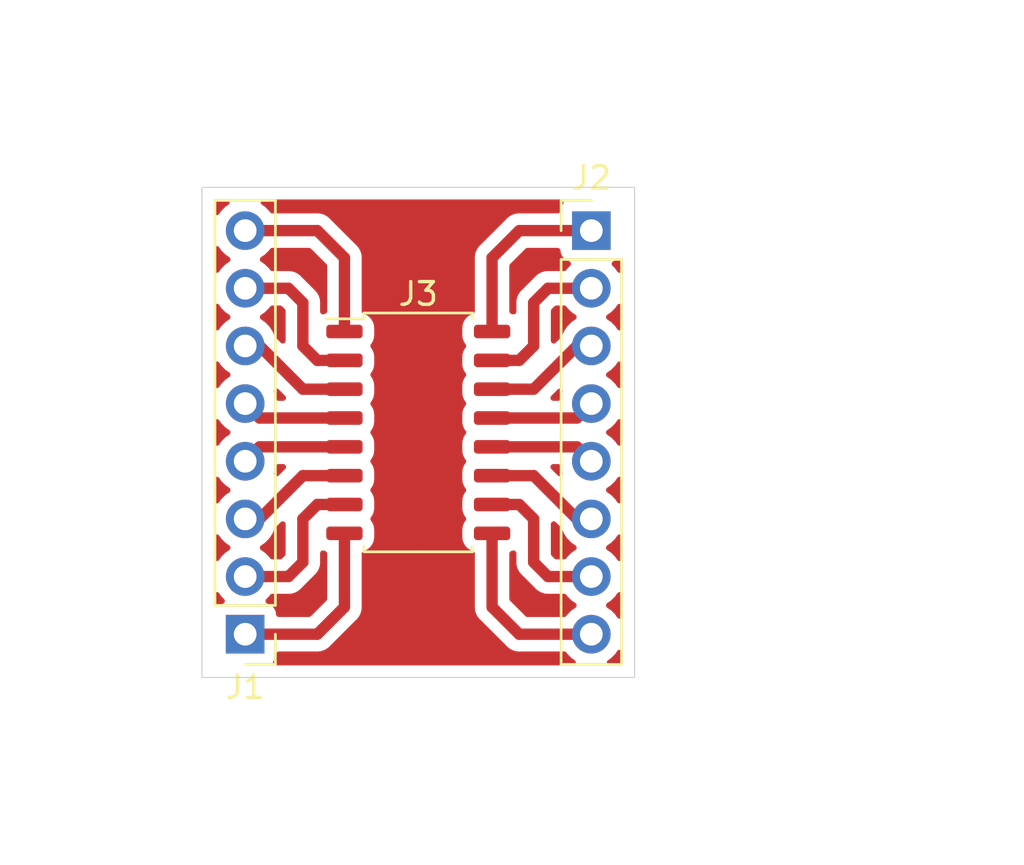
<source format=kicad_pcb>
(kicad_pcb (version 20171130) (host pcbnew "(5.1.6)-1")

  (general
    (thickness 1.6)
    (drawings 4)
    (tracks 52)
    (zones 0)
    (modules 3)
    (nets 17)
  )

  (page A4)
  (layers
    (0 F.Cu signal)
    (31 B.Cu signal)
    (32 B.Adhes user)
    (33 F.Adhes user)
    (34 B.Paste user)
    (35 F.Paste user)
    (36 B.SilkS user)
    (37 F.SilkS user)
    (38 B.Mask user)
    (39 F.Mask user)
    (40 Dwgs.User user)
    (41 Cmts.User user)
    (42 Eco1.User user)
    (43 Eco2.User user)
    (44 Edge.Cuts user)
    (45 Margin user)
    (46 B.CrtYd user)
    (47 F.CrtYd user)
    (48 B.Fab user)
    (49 F.Fab user)
  )

  (setup
    (last_trace_width 0.5)
    (user_trace_width 0.5)
    (trace_clearance 0.3)
    (zone_clearance 0.508)
    (zone_45_only no)
    (trace_min 0.2)
    (via_size 0.8)
    (via_drill 0.4)
    (via_min_size 0.4)
    (via_min_drill 0.3)
    (uvia_size 0.3)
    (uvia_drill 0.1)
    (uvias_allowed no)
    (uvia_min_size 0.2)
    (uvia_min_drill 0.1)
    (edge_width 0.05)
    (segment_width 0.2)
    (pcb_text_width 0.3)
    (pcb_text_size 1.5 1.5)
    (mod_edge_width 0.12)
    (mod_text_size 1 1)
    (mod_text_width 0.15)
    (pad_size 1.524 1.524)
    (pad_drill 0.762)
    (pad_to_mask_clearance 0.05)
    (aux_axis_origin 0 0)
    (visible_elements FFFFFF7F)
    (pcbplotparams
      (layerselection 0x01000_7fffffff)
      (usegerberextensions false)
      (usegerberattributes true)
      (usegerberadvancedattributes true)
      (creategerberjobfile true)
      (excludeedgelayer true)
      (linewidth 0.100000)
      (plotframeref false)
      (viasonmask false)
      (mode 1)
      (useauxorigin false)
      (hpglpennumber 1)
      (hpglpenspeed 20)
      (hpglpendiameter 15.000000)
      (psnegative false)
      (psa4output false)
      (plotreference true)
      (plotvalue true)
      (plotinvisibletext false)
      (padsonsilk false)
      (subtractmaskfromsilk false)
      (outputformat 5)
      (mirror false)
      (drillshape 0)
      (scaleselection 1)
      (outputdirectory "out/"))
  )

  (net 0 "")
  (net 1 "Net-(J1-Pad8)")
  (net 2 "Net-(J1-Pad7)")
  (net 3 "Net-(J1-Pad6)")
  (net 4 "Net-(J1-Pad5)")
  (net 5 "Net-(J1-Pad4)")
  (net 6 "Net-(J1-Pad3)")
  (net 7 "Net-(J1-Pad2)")
  (net 8 "Net-(J1-Pad1)")
  (net 9 "Net-(J2-Pad1)")
  (net 10 "Net-(J2-Pad2)")
  (net 11 "Net-(J2-Pad3)")
  (net 12 "Net-(J2-Pad4)")
  (net 13 "Net-(J2-Pad5)")
  (net 14 "Net-(J2-Pad6)")
  (net 15 "Net-(J2-Pad7)")
  (net 16 "Net-(J2-Pad8)")

  (net_class Default "This is the default net class."
    (clearance 0.3)
    (trace_width 0.25)
    (via_dia 0.8)
    (via_drill 0.4)
    (uvia_dia 0.3)
    (uvia_drill 0.1)
    (add_net "Net-(J1-Pad1)")
    (add_net "Net-(J1-Pad2)")
    (add_net "Net-(J1-Pad3)")
    (add_net "Net-(J1-Pad4)")
    (add_net "Net-(J1-Pad5)")
    (add_net "Net-(J1-Pad6)")
    (add_net "Net-(J1-Pad7)")
    (add_net "Net-(J1-Pad8)")
    (add_net "Net-(J2-Pad1)")
    (add_net "Net-(J2-Pad2)")
    (add_net "Net-(J2-Pad3)")
    (add_net "Net-(J2-Pad4)")
    (add_net "Net-(J2-Pad5)")
    (add_net "Net-(J2-Pad6)")
    (add_net "Net-(J2-Pad7)")
    (add_net "Net-(J2-Pad8)")
  )

  (module Connector_PinHeader_2.54mm:PinHeader_1x08_P2.54mm_Vertical (layer F.Cu) (tedit 59FED5CC) (tstamp 5F220CC9)
    (at 190.5 71.12 180)
    (descr "Through hole straight pin header, 1x08, 2.54mm pitch, single row")
    (tags "Through hole pin header THT 1x08 2.54mm single row")
    (path /5F21CC52)
    (fp_text reference J1 (at 0 -2.33) (layer F.SilkS)
      (effects (font (size 1 1) (thickness 0.15)))
    )
    (fp_text value Conn_01x08_Female (at 0 20.11) (layer F.Fab)
      (effects (font (size 1 1) (thickness 0.15)))
    )
    (fp_text user %R (at 0 8.89 90) (layer F.Fab)
      (effects (font (size 1 1) (thickness 0.15)))
    )
    (fp_line (start -0.635 -1.27) (end 1.27 -1.27) (layer F.Fab) (width 0.1))
    (fp_line (start 1.27 -1.27) (end 1.27 19.05) (layer F.Fab) (width 0.1))
    (fp_line (start 1.27 19.05) (end -1.27 19.05) (layer F.Fab) (width 0.1))
    (fp_line (start -1.27 19.05) (end -1.27 -0.635) (layer F.Fab) (width 0.1))
    (fp_line (start -1.27 -0.635) (end -0.635 -1.27) (layer F.Fab) (width 0.1))
    (fp_line (start -1.33 19.11) (end 1.33 19.11) (layer F.SilkS) (width 0.12))
    (fp_line (start -1.33 1.27) (end -1.33 19.11) (layer F.SilkS) (width 0.12))
    (fp_line (start 1.33 1.27) (end 1.33 19.11) (layer F.SilkS) (width 0.12))
    (fp_line (start -1.33 1.27) (end 1.33 1.27) (layer F.SilkS) (width 0.12))
    (fp_line (start -1.33 0) (end -1.33 -1.33) (layer F.SilkS) (width 0.12))
    (fp_line (start -1.33 -1.33) (end 0 -1.33) (layer F.SilkS) (width 0.12))
    (fp_line (start -1.8 -1.8) (end -1.8 19.55) (layer F.CrtYd) (width 0.05))
    (fp_line (start -1.8 19.55) (end 1.8 19.55) (layer F.CrtYd) (width 0.05))
    (fp_line (start 1.8 19.55) (end 1.8 -1.8) (layer F.CrtYd) (width 0.05))
    (fp_line (start 1.8 -1.8) (end -1.8 -1.8) (layer F.CrtYd) (width 0.05))
    (pad 8 thru_hole oval (at 0 17.78 180) (size 1.7 1.7) (drill 1) (layers *.Cu *.Mask)
      (net 1 "Net-(J1-Pad8)"))
    (pad 7 thru_hole oval (at 0 15.24 180) (size 1.7 1.7) (drill 1) (layers *.Cu *.Mask)
      (net 2 "Net-(J1-Pad7)"))
    (pad 6 thru_hole oval (at 0 12.7 180) (size 1.7 1.7) (drill 1) (layers *.Cu *.Mask)
      (net 3 "Net-(J1-Pad6)"))
    (pad 5 thru_hole oval (at 0 10.16 180) (size 1.7 1.7) (drill 1) (layers *.Cu *.Mask)
      (net 4 "Net-(J1-Pad5)"))
    (pad 4 thru_hole oval (at 0 7.62 180) (size 1.7 1.7) (drill 1) (layers *.Cu *.Mask)
      (net 5 "Net-(J1-Pad4)"))
    (pad 3 thru_hole oval (at 0 5.08 180) (size 1.7 1.7) (drill 1) (layers *.Cu *.Mask)
      (net 6 "Net-(J1-Pad3)"))
    (pad 2 thru_hole oval (at 0 2.54 180) (size 1.7 1.7) (drill 1) (layers *.Cu *.Mask)
      (net 7 "Net-(J1-Pad2)"))
    (pad 1 thru_hole rect (at 0 0 180) (size 1.7 1.7) (drill 1) (layers *.Cu *.Mask)
      (net 8 "Net-(J1-Pad1)"))
    (model ${KISYS3DMOD}/Connector_PinHeader_2.54mm.3dshapes/PinHeader_1x08_P2.54mm_Vertical.wrl
      (at (xyz 0 0 0))
      (scale (xyz 1 1 1))
      (rotate (xyz 0 0 0))
    )
  )

  (module Connector_PinHeader_2.54mm:PinHeader_1x08_P2.54mm_Vertical (layer F.Cu) (tedit 59FED5CC) (tstamp 5F220D1A)
    (at 205.74 53.34)
    (descr "Through hole straight pin header, 1x08, 2.54mm pitch, single row")
    (tags "Through hole pin header THT 1x08 2.54mm single row")
    (path /5F21B9FA)
    (fp_text reference J2 (at 0 -2.33) (layer F.SilkS)
      (effects (font (size 1 1) (thickness 0.15)))
    )
    (fp_text value Conn_01x08_Female (at 0 20.11) (layer F.Fab)
      (effects (font (size 1 1) (thickness 0.15)))
    )
    (fp_line (start 1.8 -1.8) (end -1.8 -1.8) (layer F.CrtYd) (width 0.05))
    (fp_line (start 1.8 19.55) (end 1.8 -1.8) (layer F.CrtYd) (width 0.05))
    (fp_line (start -1.8 19.55) (end 1.8 19.55) (layer F.CrtYd) (width 0.05))
    (fp_line (start -1.8 -1.8) (end -1.8 19.55) (layer F.CrtYd) (width 0.05))
    (fp_line (start -1.33 -1.33) (end 0 -1.33) (layer F.SilkS) (width 0.12))
    (fp_line (start -1.33 0) (end -1.33 -1.33) (layer F.SilkS) (width 0.12))
    (fp_line (start -1.33 1.27) (end 1.33 1.27) (layer F.SilkS) (width 0.12))
    (fp_line (start 1.33 1.27) (end 1.33 19.11) (layer F.SilkS) (width 0.12))
    (fp_line (start -1.33 1.27) (end -1.33 19.11) (layer F.SilkS) (width 0.12))
    (fp_line (start -1.33 19.11) (end 1.33 19.11) (layer F.SilkS) (width 0.12))
    (fp_line (start -1.27 -0.635) (end -0.635 -1.27) (layer F.Fab) (width 0.1))
    (fp_line (start -1.27 19.05) (end -1.27 -0.635) (layer F.Fab) (width 0.1))
    (fp_line (start 1.27 19.05) (end -1.27 19.05) (layer F.Fab) (width 0.1))
    (fp_line (start 1.27 -1.27) (end 1.27 19.05) (layer F.Fab) (width 0.1))
    (fp_line (start -0.635 -1.27) (end 1.27 -1.27) (layer F.Fab) (width 0.1))
    (fp_text user %R (at 0 8.89 90) (layer F.Fab)
      (effects (font (size 1 1) (thickness 0.15)))
    )
    (pad 1 thru_hole rect (at 0 0) (size 1.7 1.7) (drill 1) (layers *.Cu *.Mask)
      (net 9 "Net-(J2-Pad1)"))
    (pad 2 thru_hole oval (at 0 2.54) (size 1.7 1.7) (drill 1) (layers *.Cu *.Mask)
      (net 10 "Net-(J2-Pad2)"))
    (pad 3 thru_hole oval (at 0 5.08) (size 1.7 1.7) (drill 1) (layers *.Cu *.Mask)
      (net 11 "Net-(J2-Pad3)"))
    (pad 4 thru_hole oval (at 0 7.62) (size 1.7 1.7) (drill 1) (layers *.Cu *.Mask)
      (net 12 "Net-(J2-Pad4)"))
    (pad 5 thru_hole oval (at 0 10.16) (size 1.7 1.7) (drill 1) (layers *.Cu *.Mask)
      (net 13 "Net-(J2-Pad5)"))
    (pad 6 thru_hole oval (at 0 12.7) (size 1.7 1.7) (drill 1) (layers *.Cu *.Mask)
      (net 14 "Net-(J2-Pad6)"))
    (pad 7 thru_hole oval (at 0 15.24) (size 1.7 1.7) (drill 1) (layers *.Cu *.Mask)
      (net 15 "Net-(J2-Pad7)"))
    (pad 8 thru_hole oval (at 0 17.78) (size 1.7 1.7) (drill 1) (layers *.Cu *.Mask)
      (net 16 "Net-(J2-Pad8)"))
    (model ${KISYS3DMOD}/Connector_PinHeader_2.54mm.3dshapes/PinHeader_1x08_P2.54mm_Vertical.wrl
      (at (xyz 0 0 0))
      (scale (xyz 1 1 1))
      (rotate (xyz 0 0 0))
    )
  )

  (module Package_SO:SOP-16_4.55x10.3mm_P1.27mm (layer F.Cu) (tedit 5D9F72B1) (tstamp 5F220C62)
    (at 198.12 62.23)
    (descr "SOP, 16 Pin (https://toshiba.semicon-storage.com/info/docget.jsp?did=12855&prodName=TLP290-4), generated with kicad-footprint-generator ipc_gullwing_generator.py")
    (tags "SOP SO")
    (path /5F21A8DB)
    (attr smd)
    (fp_text reference J3 (at 0 -6.1) (layer F.SilkS)
      (effects (font (size 1 1) (thickness 0.15)))
    )
    (fp_text value Conn_01x16_Female (at 0 6.1) (layer F.Fab)
      (effects (font (size 1 1) (thickness 0.15)))
    )
    (fp_line (start 4.3 -5.4) (end -4.3 -5.4) (layer F.CrtYd) (width 0.05))
    (fp_line (start 4.3 5.4) (end 4.3 -5.4) (layer F.CrtYd) (width 0.05))
    (fp_line (start -4.3 5.4) (end 4.3 5.4) (layer F.CrtYd) (width 0.05))
    (fp_line (start -4.3 -5.4) (end -4.3 5.4) (layer F.CrtYd) (width 0.05))
    (fp_line (start -2.275 -4.15) (end -1.275 -5.15) (layer F.Fab) (width 0.1))
    (fp_line (start -2.275 5.15) (end -2.275 -4.15) (layer F.Fab) (width 0.1))
    (fp_line (start 2.275 5.15) (end -2.275 5.15) (layer F.Fab) (width 0.1))
    (fp_line (start 2.275 -5.15) (end 2.275 5.15) (layer F.Fab) (width 0.1))
    (fp_line (start -1.275 -5.15) (end 2.275 -5.15) (layer F.Fab) (width 0.1))
    (fp_line (start -2.385 -5.005) (end -4.05 -5.005) (layer F.SilkS) (width 0.12))
    (fp_line (start -2.385 -5.26) (end -2.385 -5.005) (layer F.SilkS) (width 0.12))
    (fp_line (start 0 -5.26) (end -2.385 -5.26) (layer F.SilkS) (width 0.12))
    (fp_line (start 2.385 -5.26) (end 2.385 -5.005) (layer F.SilkS) (width 0.12))
    (fp_line (start 0 -5.26) (end 2.385 -5.26) (layer F.SilkS) (width 0.12))
    (fp_line (start -2.385 5.26) (end -2.385 5.005) (layer F.SilkS) (width 0.12))
    (fp_line (start 0 5.26) (end -2.385 5.26) (layer F.SilkS) (width 0.12))
    (fp_line (start 2.385 5.26) (end 2.385 5.005) (layer F.SilkS) (width 0.12))
    (fp_line (start 0 5.26) (end 2.385 5.26) (layer F.SilkS) (width 0.12))
    (fp_text user %R (at 0 0) (layer F.Fab)
      (effects (font (size 1 1) (thickness 0.15)))
    )
    (pad 1 smd roundrect (at -3.25 -4.445) (size 1.6 0.6) (layers F.Cu F.Paste F.Mask) (roundrect_rratio 0.25)
      (net 1 "Net-(J1-Pad8)"))
    (pad 2 smd roundrect (at -3.25 -3.175) (size 1.6 0.6) (layers F.Cu F.Paste F.Mask) (roundrect_rratio 0.25)
      (net 2 "Net-(J1-Pad7)"))
    (pad 3 smd roundrect (at -3.25 -1.905) (size 1.6 0.6) (layers F.Cu F.Paste F.Mask) (roundrect_rratio 0.25)
      (net 3 "Net-(J1-Pad6)"))
    (pad 4 smd roundrect (at -3.25 -0.635) (size 1.6 0.6) (layers F.Cu F.Paste F.Mask) (roundrect_rratio 0.25)
      (net 4 "Net-(J1-Pad5)"))
    (pad 5 smd roundrect (at -3.25 0.635) (size 1.6 0.6) (layers F.Cu F.Paste F.Mask) (roundrect_rratio 0.25)
      (net 5 "Net-(J1-Pad4)"))
    (pad 6 smd roundrect (at -3.25 1.905) (size 1.6 0.6) (layers F.Cu F.Paste F.Mask) (roundrect_rratio 0.25)
      (net 6 "Net-(J1-Pad3)"))
    (pad 7 smd roundrect (at -3.25 3.175) (size 1.6 0.6) (layers F.Cu F.Paste F.Mask) (roundrect_rratio 0.25)
      (net 7 "Net-(J1-Pad2)"))
    (pad 8 smd roundrect (at -3.25 4.445) (size 1.6 0.6) (layers F.Cu F.Paste F.Mask) (roundrect_rratio 0.25)
      (net 8 "Net-(J1-Pad1)"))
    (pad 9 smd roundrect (at 3.25 4.445) (size 1.6 0.6) (layers F.Cu F.Paste F.Mask) (roundrect_rratio 0.25)
      (net 16 "Net-(J2-Pad8)"))
    (pad 10 smd roundrect (at 3.25 3.175) (size 1.6 0.6) (layers F.Cu F.Paste F.Mask) (roundrect_rratio 0.25)
      (net 15 "Net-(J2-Pad7)"))
    (pad 11 smd roundrect (at 3.25 1.905) (size 1.6 0.6) (layers F.Cu F.Paste F.Mask) (roundrect_rratio 0.25)
      (net 14 "Net-(J2-Pad6)"))
    (pad 12 smd roundrect (at 3.25 0.635) (size 1.6 0.6) (layers F.Cu F.Paste F.Mask) (roundrect_rratio 0.25)
      (net 13 "Net-(J2-Pad5)"))
    (pad 13 smd roundrect (at 3.25 -0.635) (size 1.6 0.6) (layers F.Cu F.Paste F.Mask) (roundrect_rratio 0.25)
      (net 12 "Net-(J2-Pad4)"))
    (pad 14 smd roundrect (at 3.25 -1.905) (size 1.6 0.6) (layers F.Cu F.Paste F.Mask) (roundrect_rratio 0.25)
      (net 11 "Net-(J2-Pad3)"))
    (pad 15 smd roundrect (at 3.25 -3.175) (size 1.6 0.6) (layers F.Cu F.Paste F.Mask) (roundrect_rratio 0.25)
      (net 10 "Net-(J2-Pad2)"))
    (pad 16 smd roundrect (at 3.25 -4.445) (size 1.6 0.6) (layers F.Cu F.Paste F.Mask) (roundrect_rratio 0.25)
      (net 9 "Net-(J2-Pad1)"))
    (model ${KISYS3DMOD}/Package_SO.3dshapes/SOP-16_4.55x10.3mm_P1.27mm.wrl
      (at (xyz 0 0 0))
      (scale (xyz 1 1 1))
      (rotate (xyz 0 0 0))
    )
  )

  (gr_line (start 207.645 51.435) (end 207.645 73.025) (layer Edge.Cuts) (width 0.05) (tstamp 5F221076))
  (gr_line (start 188.595 51.435) (end 207.645 51.435) (layer Edge.Cuts) (width 0.05))
  (gr_line (start 188.595 73.025) (end 188.595 51.435) (layer Edge.Cuts) (width 0.05))
  (gr_line (start 207.645 73.025) (end 188.595 73.025) (layer Edge.Cuts) (width 0.05))

  (segment (start 194.87 57.785) (end 194.87 54.535) (width 0.5) (layer F.Cu) (net 1))
  (segment (start 193.675 53.34) (end 190.5 53.34) (width 0.5) (layer F.Cu) (net 1))
  (segment (start 194.87 54.535) (end 193.675 53.34) (width 0.5) (layer F.Cu) (net 1))
  (segment (start 194.87 59.055) (end 193.675 59.055) (width 0.5) (layer F.Cu) (net 2))
  (segment (start 193.675 59.055) (end 193.04 58.42) (width 0.5) (layer F.Cu) (net 2))
  (segment (start 193.04 58.42) (end 193.04 56.515) (width 0.5) (layer F.Cu) (net 2))
  (segment (start 192.405 55.88) (end 190.5 55.88) (width 0.5) (layer F.Cu) (net 2))
  (segment (start 193.04 56.515) (end 192.405 55.88) (width 0.5) (layer F.Cu) (net 2))
  (segment (start 194.87 60.325) (end 193.04 60.325) (width 0.5) (layer F.Cu) (net 3))
  (segment (start 191.135 58.42) (end 190.5 58.42) (width 0.5) (layer F.Cu) (net 3))
  (segment (start 193.04 60.325) (end 191.135 58.42) (width 0.5) (layer F.Cu) (net 3))
  (segment (start 191.135 61.595) (end 190.5 60.96) (width 0.5) (layer F.Cu) (net 4))
  (segment (start 194.87 61.595) (end 191.135 61.595) (width 0.5) (layer F.Cu) (net 4))
  (segment (start 191.135 62.865) (end 190.5 63.5) (width 0.5) (layer F.Cu) (net 5))
  (segment (start 194.87 62.865) (end 191.135 62.865) (width 0.5) (layer F.Cu) (net 5))
  (segment (start 191.135 66.04) (end 190.5 66.04) (width 0.5) (layer F.Cu) (net 6))
  (segment (start 194.87 64.135) (end 193.04 64.135) (width 0.5) (layer F.Cu) (net 6))
  (segment (start 193.04 64.135) (end 191.135 66.04) (width 0.5) (layer F.Cu) (net 6))
  (segment (start 194.87 65.405) (end 193.675 65.405) (width 0.5) (layer F.Cu) (net 7))
  (segment (start 193.675 65.405) (end 193.04 66.04) (width 0.5) (layer F.Cu) (net 7))
  (segment (start 193.04 66.04) (end 193.04 67.945) (width 0.5) (layer F.Cu) (net 7))
  (segment (start 192.405 68.58) (end 190.5 68.58) (width 0.5) (layer F.Cu) (net 7))
  (segment (start 193.04 67.945) (end 192.405 68.58) (width 0.5) (layer F.Cu) (net 7))
  (segment (start 194.87 66.675) (end 194.87 69.925) (width 0.5) (layer F.Cu) (net 8))
  (segment (start 193.675 71.12) (end 190.5 71.12) (width 0.5) (layer F.Cu) (net 8))
  (segment (start 194.87 69.925) (end 193.675 71.12) (width 0.5) (layer F.Cu) (net 8))
  (segment (start 201.37 57.785) (end 201.37 54.535) (width 0.5) (layer F.Cu) (net 9))
  (segment (start 202.565 53.34) (end 205.74 53.34) (width 0.5) (layer F.Cu) (net 9))
  (segment (start 201.37 54.535) (end 202.565 53.34) (width 0.5) (layer F.Cu) (net 9))
  (segment (start 201.37 59.055) (end 202.565 59.055) (width 0.5) (layer F.Cu) (net 10))
  (segment (start 202.565 59.055) (end 203.2 58.42) (width 0.5) (layer F.Cu) (net 10))
  (segment (start 203.2 58.42) (end 203.2 56.515) (width 0.5) (layer F.Cu) (net 10))
  (segment (start 203.835 55.88) (end 205.74 55.88) (width 0.5) (layer F.Cu) (net 10))
  (segment (start 203.2 56.515) (end 203.835 55.88) (width 0.5) (layer F.Cu) (net 10))
  (segment (start 201.37 60.325) (end 203.2 60.325) (width 0.5) (layer F.Cu) (net 11))
  (segment (start 203.2 60.325) (end 205.105 58.42) (width 0.5) (layer F.Cu) (net 11))
  (segment (start 205.105 58.42) (end 205.74 58.42) (width 0.5) (layer F.Cu) (net 11))
  (segment (start 205.105 61.595) (end 205.74 60.96) (width 0.5) (layer F.Cu) (net 12))
  (segment (start 201.37 61.595) (end 205.105 61.595) (width 0.5) (layer F.Cu) (net 12))
  (segment (start 205.105 62.865) (end 205.74 63.5) (width 0.5) (layer F.Cu) (net 13))
  (segment (start 201.37 62.865) (end 205.105 62.865) (width 0.5) (layer F.Cu) (net 13))
  (segment (start 201.37 64.135) (end 203.2 64.135) (width 0.5) (layer F.Cu) (net 14))
  (segment (start 205.105 66.04) (end 205.74 66.04) (width 0.5) (layer F.Cu) (net 14))
  (segment (start 203.2 64.135) (end 205.105 66.04) (width 0.5) (layer F.Cu) (net 14))
  (segment (start 201.37 65.405) (end 202.565 65.405) (width 0.5) (layer F.Cu) (net 15))
  (segment (start 202.565 65.405) (end 203.2 66.04) (width 0.5) (layer F.Cu) (net 15))
  (segment (start 203.2 66.04) (end 203.2 67.945) (width 0.5) (layer F.Cu) (net 15))
  (segment (start 203.835 68.58) (end 205.74 68.58) (width 0.5) (layer F.Cu) (net 15))
  (segment (start 203.2 67.945) (end 203.835 68.58) (width 0.5) (layer F.Cu) (net 15))
  (segment (start 201.37 66.675) (end 201.37 69.925) (width 0.5) (layer F.Cu) (net 16))
  (segment (start 202.565 71.12) (end 205.74 71.12) (width 0.5) (layer F.Cu) (net 16))
  (segment (start 201.37 69.925) (end 202.565 71.12) (width 0.5) (layer F.Cu) (net 16))

  (zone (net 0) (net_name "") (layer F.Cu) (tstamp 5F2210E4) (hatch edge 0.508)
    (connect_pads (clearance 0.508))
    (min_thickness 0.254)
    (fill yes (arc_segments 32) (thermal_gap 0.508) (thermal_bridge_width 0.508))
    (polygon
      (pts
        (xy 224.79 50.8) (xy 224.155 78.105) (xy 179.705 81.28) (xy 179.705 43.18)
      )
    )
    (filled_polygon
      (pts
        (xy 206.985001 72.365) (xy 206.549655 72.365) (xy 206.686632 72.273475) (xy 206.893475 72.066632) (xy 206.985001 71.929654)
      )
    )
    (filled_polygon
      (pts
        (xy 204.359463 52.135506) (xy 204.300498 52.24582) (xy 204.264188 52.365518) (xy 204.255375 52.455) (xy 202.608465 52.455)
        (xy 202.564999 52.450719) (xy 202.521533 52.455) (xy 202.521523 52.455) (xy 202.39151 52.467805) (xy 202.224687 52.518411)
        (xy 202.070941 52.600589) (xy 202.070939 52.60059) (xy 202.07094 52.60059) (xy 201.969953 52.683468) (xy 201.969951 52.68347)
        (xy 201.936183 52.711183) (xy 201.90847 52.744951) (xy 200.774951 53.878471) (xy 200.741184 53.906183) (xy 200.713471 53.939951)
        (xy 200.713468 53.939954) (xy 200.63059 54.040941) (xy 200.548412 54.194687) (xy 200.497805 54.36151) (xy 200.480719 54.535)
        (xy 200.485001 54.578479) (xy 200.485 56.886719) (xy 200.418418 56.906916) (xy 200.282171 56.979742) (xy 200.162749 57.077749)
        (xy 200.064742 57.197171) (xy 199.991916 57.333418) (xy 199.947071 57.481255) (xy 199.931928 57.635) (xy 199.931928 57.935)
        (xy 199.947071 58.088745) (xy 199.991916 58.236582) (xy 200.064742 58.372829) (xy 200.103454 58.42) (xy 200.064742 58.467171)
        (xy 199.991916 58.603418) (xy 199.947071 58.751255) (xy 199.931928 58.905) (xy 199.931928 59.205) (xy 199.947071 59.358745)
        (xy 199.991916 59.506582) (xy 200.064742 59.642829) (xy 200.103454 59.69) (xy 200.064742 59.737171) (xy 199.991916 59.873418)
        (xy 199.947071 60.021255) (xy 199.931928 60.175) (xy 199.931928 60.475) (xy 199.947071 60.628745) (xy 199.991916 60.776582)
        (xy 200.064742 60.912829) (xy 200.103454 60.96) (xy 200.064742 61.007171) (xy 199.991916 61.143418) (xy 199.947071 61.291255)
        (xy 199.931928 61.445) (xy 199.931928 61.745) (xy 199.947071 61.898745) (xy 199.991916 62.046582) (xy 200.064742 62.182829)
        (xy 200.103454 62.23) (xy 200.064742 62.277171) (xy 199.991916 62.413418) (xy 199.947071 62.561255) (xy 199.931928 62.715)
        (xy 199.931928 63.015) (xy 199.947071 63.168745) (xy 199.991916 63.316582) (xy 200.064742 63.452829) (xy 200.103454 63.5)
        (xy 200.064742 63.547171) (xy 199.991916 63.683418) (xy 199.947071 63.831255) (xy 199.931928 63.985) (xy 199.931928 64.285)
        (xy 199.947071 64.438745) (xy 199.991916 64.586582) (xy 200.064742 64.722829) (xy 200.103454 64.77) (xy 200.064742 64.817171)
        (xy 199.991916 64.953418) (xy 199.947071 65.101255) (xy 199.931928 65.255) (xy 199.931928 65.555) (xy 199.947071 65.708745)
        (xy 199.991916 65.856582) (xy 200.064742 65.992829) (xy 200.103454 66.04) (xy 200.064742 66.087171) (xy 199.991916 66.223418)
        (xy 199.947071 66.371255) (xy 199.931928 66.525) (xy 199.931928 66.825) (xy 199.947071 66.978745) (xy 199.991916 67.126582)
        (xy 200.064742 67.262829) (xy 200.162749 67.382251) (xy 200.282171 67.480258) (xy 200.418418 67.553084) (xy 200.485 67.573281)
        (xy 200.485001 69.881521) (xy 200.480719 69.925) (xy 200.497805 70.09849) (xy 200.548412 70.265313) (xy 200.63059 70.419059)
        (xy 200.713468 70.520046) (xy 200.713469 70.520047) (xy 200.741184 70.553817) (xy 200.774951 70.581529) (xy 201.90847 71.715049)
        (xy 201.936183 71.748817) (xy 201.969951 71.77653) (xy 201.969953 71.776532) (xy 202.027075 71.823411) (xy 202.070941 71.859411)
        (xy 202.224687 71.941589) (xy 202.39151 71.992195) (xy 202.521523 72.005) (xy 202.521533 72.005) (xy 202.564999 72.009281)
        (xy 202.608465 72.005) (xy 204.545344 72.005) (xy 204.586525 72.066632) (xy 204.793368 72.273475) (xy 204.930345 72.365)
        (xy 191.847295 72.365) (xy 191.880537 72.324494) (xy 191.939502 72.21418) (xy 191.975812 72.094482) (xy 191.984625 72.005)
        (xy 193.631531 72.005) (xy 193.675 72.009281) (xy 193.718469 72.005) (xy 193.718477 72.005) (xy 193.84849 71.992195)
        (xy 194.015313 71.941589) (xy 194.169059 71.859411) (xy 194.303817 71.748817) (xy 194.331534 71.715044) (xy 195.465049 70.58153)
        (xy 195.498817 70.553817) (xy 195.526533 70.520046) (xy 195.60941 70.41906) (xy 195.629973 70.380589) (xy 195.691589 70.265313)
        (xy 195.742195 70.09849) (xy 195.755 69.968477) (xy 195.755 69.968467) (xy 195.759281 69.925001) (xy 195.755 69.881535)
        (xy 195.755 67.573281) (xy 195.821582 67.553084) (xy 195.957829 67.480258) (xy 196.077251 67.382251) (xy 196.175258 67.262829)
        (xy 196.248084 67.126582) (xy 196.292929 66.978745) (xy 196.308072 66.825) (xy 196.308072 66.525) (xy 196.292929 66.371255)
        (xy 196.248084 66.223418) (xy 196.175258 66.087171) (xy 196.136546 66.04) (xy 196.175258 65.992829) (xy 196.248084 65.856582)
        (xy 196.292929 65.708745) (xy 196.308072 65.555) (xy 196.308072 65.255) (xy 196.292929 65.101255) (xy 196.248084 64.953418)
        (xy 196.175258 64.817171) (xy 196.136546 64.77) (xy 196.175258 64.722829) (xy 196.248084 64.586582) (xy 196.292929 64.438745)
        (xy 196.308072 64.285) (xy 196.308072 63.985) (xy 196.292929 63.831255) (xy 196.248084 63.683418) (xy 196.175258 63.547171)
        (xy 196.136546 63.5) (xy 196.175258 63.452829) (xy 196.248084 63.316582) (xy 196.292929 63.168745) (xy 196.308072 63.015)
        (xy 196.308072 62.715) (xy 196.292929 62.561255) (xy 196.248084 62.413418) (xy 196.175258 62.277171) (xy 196.136546 62.23)
        (xy 196.175258 62.182829) (xy 196.248084 62.046582) (xy 196.292929 61.898745) (xy 196.308072 61.745) (xy 196.308072 61.445)
        (xy 196.292929 61.291255) (xy 196.248084 61.143418) (xy 196.175258 61.007171) (xy 196.136546 60.96) (xy 196.175258 60.912829)
        (xy 196.248084 60.776582) (xy 196.292929 60.628745) (xy 196.308072 60.475) (xy 196.308072 60.175) (xy 196.292929 60.021255)
        (xy 196.248084 59.873418) (xy 196.175258 59.737171) (xy 196.136546 59.69) (xy 196.175258 59.642829) (xy 196.248084 59.506582)
        (xy 196.292929 59.358745) (xy 196.308072 59.205) (xy 196.308072 58.905) (xy 196.292929 58.751255) (xy 196.248084 58.603418)
        (xy 196.175258 58.467171) (xy 196.136546 58.42) (xy 196.175258 58.372829) (xy 196.248084 58.236582) (xy 196.292929 58.088745)
        (xy 196.308072 57.935) (xy 196.308072 57.635) (xy 196.292929 57.481255) (xy 196.248084 57.333418) (xy 196.175258 57.197171)
        (xy 196.077251 57.077749) (xy 195.957829 56.979742) (xy 195.821582 56.906916) (xy 195.755 56.886719) (xy 195.755 54.578465)
        (xy 195.759281 54.534999) (xy 195.755 54.491533) (xy 195.755 54.491523) (xy 195.742195 54.36151) (xy 195.691589 54.194687)
        (xy 195.609411 54.040941) (xy 195.55022 53.968817) (xy 195.526532 53.939953) (xy 195.52653 53.939951) (xy 195.498817 53.906183)
        (xy 195.465049 53.87847) (xy 194.331534 52.744956) (xy 194.303817 52.711183) (xy 194.169059 52.600589) (xy 194.015313 52.518411)
        (xy 193.84849 52.467805) (xy 193.718477 52.455) (xy 193.718469 52.455) (xy 193.675 52.450719) (xy 193.631531 52.455)
        (xy 191.694656 52.455) (xy 191.653475 52.393368) (xy 191.446632 52.186525) (xy 191.309655 52.095) (xy 204.392705 52.095)
      )
    )
    (filled_polygon
      (pts
        (xy 206.985001 70.310346) (xy 206.893475 70.173368) (xy 206.686632 69.966525) (xy 206.51224 69.85) (xy 206.686632 69.733475)
        (xy 206.893475 69.526632) (xy 206.985001 69.389654)
      )
    )
    (filled_polygon
      (pts
        (xy 193.985 67.573281) (xy 193.985001 69.55842) (xy 193.308422 70.235) (xy 191.984625 70.235) (xy 191.975812 70.145518)
        (xy 191.939502 70.02582) (xy 191.880537 69.915506) (xy 191.801185 69.818815) (xy 191.704494 69.739463) (xy 191.59418 69.680498)
        (xy 191.52162 69.658487) (xy 191.653475 69.526632) (xy 191.694656 69.465) (xy 192.361531 69.465) (xy 192.405 69.469281)
        (xy 192.448469 69.465) (xy 192.448477 69.465) (xy 192.57849 69.452195) (xy 192.745313 69.401589) (xy 192.899059 69.319411)
        (xy 193.033817 69.208817) (xy 193.061534 69.175044) (xy 193.635049 68.60153) (xy 193.668817 68.573817) (xy 193.696533 68.540046)
        (xy 193.779411 68.439059) (xy 193.861589 68.285314) (xy 193.912195 68.11849) (xy 193.915401 68.085941) (xy 193.925 67.988477)
        (xy 193.925 67.988469) (xy 193.929281 67.945) (xy 193.925 67.901531) (xy 193.925 67.555081)
      )
    )
    (filled_polygon
      (pts
        (xy 202.315001 67.901521) (xy 202.310719 67.945) (xy 202.327805 68.11849) (xy 202.378412 68.285313) (xy 202.46059 68.439059)
        (xy 202.543468 68.540046) (xy 202.543469 68.540047) (xy 202.571184 68.573817) (xy 202.604951 68.601529) (xy 203.17847 69.175049)
        (xy 203.206183 69.208817) (xy 203.239951 69.23653) (xy 203.239953 69.236532) (xy 203.340941 69.319411) (xy 203.494686 69.401589)
        (xy 203.591446 69.430941) (xy 203.66151 69.452195) (xy 203.791523 69.465) (xy 203.791531 69.465) (xy 203.835 69.469281)
        (xy 203.878469 69.465) (xy 204.545344 69.465) (xy 204.586525 69.526632) (xy 204.793368 69.733475) (xy 204.96776 69.85)
        (xy 204.793368 69.966525) (xy 204.586525 70.173368) (xy 204.545344 70.235) (xy 202.931579 70.235) (xy 202.255 69.558422)
        (xy 202.255 67.573281) (xy 202.315001 67.55508)
      )
    )
    (filled_polygon
      (pts
        (xy 189.346525 69.526632) (xy 189.47838 69.658487) (xy 189.40582 69.680498) (xy 189.295506 69.739463) (xy 189.255 69.772705)
        (xy 189.255 69.389655)
      )
    )
    (filled_polygon
      (pts
        (xy 206.985001 67.770346) (xy 206.893475 67.633368) (xy 206.686632 67.426525) (xy 206.51224 67.31) (xy 206.686632 67.193475)
        (xy 206.893475 66.986632) (xy 206.985001 66.849654)
      )
    )
    (filled_polygon
      (pts
        (xy 189.346525 66.986632) (xy 189.553368 67.193475) (xy 189.72776 67.31) (xy 189.553368 67.426525) (xy 189.346525 67.633368)
        (xy 189.255 67.770345) (xy 189.255 66.849655)
      )
    )
    (filled_polygon
      (pts
        (xy 192.155001 67.578421) (xy 192.038422 67.695) (xy 191.694656 67.695) (xy 191.653475 67.633368) (xy 191.446632 67.426525)
        (xy 191.27224 67.31) (xy 191.446632 67.193475) (xy 191.653475 66.986632) (xy 191.81599 66.743411) (xy 191.909909 66.516669)
        (xy 192.155 66.271578)
      )
    )
    (filled_polygon
      (pts
        (xy 204.330091 66.51667) (xy 204.42401 66.743411) (xy 204.586525 66.986632) (xy 204.793368 67.193475) (xy 204.96776 67.31)
        (xy 204.793368 67.426525) (xy 204.586525 67.633368) (xy 204.545344 67.695) (xy 204.201579 67.695) (xy 204.085 67.578422)
        (xy 204.085 66.271579)
      )
    )
    (filled_polygon
      (pts
        (xy 206.985001 65.230346) (xy 206.893475 65.093368) (xy 206.686632 64.886525) (xy 206.51224 64.77) (xy 206.686632 64.653475)
        (xy 206.893475 64.446632) (xy 206.985001 64.309654)
      )
    )
    (filled_polygon
      (pts
        (xy 189.346525 64.446632) (xy 189.553368 64.653475) (xy 189.72776 64.77) (xy 189.553368 64.886525) (xy 189.346525 65.093368)
        (xy 189.255 65.230345) (xy 189.255 64.309655)
      )
    )
    (filled_polygon
      (pts
        (xy 204.312068 63.933158) (xy 204.356143 64.039565) (xy 204.066578 63.75) (xy 204.275635 63.75)
      )
    )
    (filled_polygon
      (pts
        (xy 191.883857 64.039564) (xy 191.927932 63.933158) (xy 191.964365 63.75) (xy 192.173421 63.75)
      )
    )
    (filled_polygon
      (pts
        (xy 206.985001 62.690346) (xy 206.893475 62.553368) (xy 206.686632 62.346525) (xy 206.51224 62.23) (xy 206.686632 62.113475)
        (xy 206.893475 61.906632) (xy 206.985 61.769654)
      )
    )
    (filled_polygon
      (pts
        (xy 189.346525 61.906632) (xy 189.553368 62.113475) (xy 189.72776 62.23) (xy 189.553368 62.346525) (xy 189.346525 62.553368)
        (xy 189.255 62.690345) (xy 189.255 61.769655)
      )
    )
    (filled_polygon
      (pts
        (xy 204.312068 60.526842) (xy 204.275635 60.71) (xy 204.066578 60.71) (xy 204.356143 60.420435)
      )
    )
    (filled_polygon
      (pts
        (xy 192.173421 60.71) (xy 191.964365 60.71) (xy 191.927932 60.526842) (xy 191.883857 60.420436)
      )
    )
    (filled_polygon
      (pts
        (xy 206.985 60.150346) (xy 206.893475 60.013368) (xy 206.686632 59.806525) (xy 206.51224 59.69) (xy 206.686632 59.573475)
        (xy 206.893475 59.366632) (xy 206.985 59.229655)
      )
    )
    (filled_polygon
      (pts
        (xy 189.346525 59.366632) (xy 189.553368 59.573475) (xy 189.72776 59.69) (xy 189.553368 59.806525) (xy 189.346525 60.013368)
        (xy 189.255 60.150345) (xy 189.255 59.229655)
      )
    )
    (filled_polygon
      (pts
        (xy 192.155001 56.881579) (xy 192.155 58.188422) (xy 191.909909 57.943331) (xy 191.81599 57.716589) (xy 191.653475 57.473368)
        (xy 191.446632 57.266525) (xy 191.27224 57.15) (xy 191.446632 57.033475) (xy 191.653475 56.826632) (xy 191.694656 56.765)
        (xy 192.038422 56.765)
      )
    )
    (filled_polygon
      (pts
        (xy 204.586525 56.826632) (xy 204.793368 57.033475) (xy 204.96776 57.15) (xy 204.793368 57.266525) (xy 204.586525 57.473368)
        (xy 204.42401 57.716589) (xy 204.330091 57.94333) (xy 204.085 58.188421) (xy 204.085 56.881578) (xy 204.201579 56.765)
        (xy 204.545344 56.765)
      )
    )
    (filled_polygon
      (pts
        (xy 189.346525 56.826632) (xy 189.553368 57.033475) (xy 189.72776 57.15) (xy 189.553368 57.266525) (xy 189.346525 57.473368)
        (xy 189.255 57.610345) (xy 189.255 56.689655)
      )
    )
    (filled_polygon
      (pts
        (xy 206.985 57.610345) (xy 206.893475 57.473368) (xy 206.686632 57.266525) (xy 206.51224 57.15) (xy 206.686632 57.033475)
        (xy 206.893475 56.826632) (xy 206.985 56.689655)
      )
    )
    (filled_polygon
      (pts
        (xy 204.264188 54.314482) (xy 204.300498 54.43418) (xy 204.359463 54.544494) (xy 204.438815 54.641185) (xy 204.535506 54.720537)
        (xy 204.64582 54.779502) (xy 204.71838 54.801513) (xy 204.586525 54.933368) (xy 204.545344 54.995) (xy 203.878469 54.995)
        (xy 203.835 54.990719) (xy 203.791531 54.995) (xy 203.791523 54.995) (xy 203.66151 55.007805) (xy 203.494686 55.058411)
        (xy 203.340941 55.140589) (xy 203.239953 55.223468) (xy 203.239951 55.22347) (xy 203.206183 55.251183) (xy 203.17847 55.284951)
        (xy 202.604951 55.858471) (xy 202.571184 55.886183) (xy 202.543471 55.919951) (xy 202.543468 55.919954) (xy 202.46059 56.020941)
        (xy 202.378412 56.174687) (xy 202.327805 56.34151) (xy 202.310719 56.515) (xy 202.315001 56.558479) (xy 202.315001 56.90492)
        (xy 202.255 56.886719) (xy 202.255 54.901578) (xy 202.931579 54.225) (xy 204.255375 54.225)
      )
    )
    (filled_polygon
      (pts
        (xy 193.985001 54.90158) (xy 193.985 56.886719) (xy 193.925 56.904919) (xy 193.925 56.558469) (xy 193.929281 56.515)
        (xy 193.925 56.471531) (xy 193.925 56.471523) (xy 193.912195 56.34151) (xy 193.861589 56.174687) (xy 193.861589 56.174686)
        (xy 193.779411 56.020941) (xy 193.696532 55.919953) (xy 193.69653 55.919951) (xy 193.668817 55.886183) (xy 193.635049 55.85847)
        (xy 193.061534 55.284956) (xy 193.033817 55.251183) (xy 192.899059 55.140589) (xy 192.745313 55.058411) (xy 192.57849 55.007805)
        (xy 192.448477 54.995) (xy 192.448469 54.995) (xy 192.405 54.990719) (xy 192.361531 54.995) (xy 191.694656 54.995)
        (xy 191.653475 54.933368) (xy 191.446632 54.726525) (xy 191.27224 54.61) (xy 191.446632 54.493475) (xy 191.653475 54.286632)
        (xy 191.694656 54.225) (xy 193.308422 54.225)
      )
    )
    (filled_polygon
      (pts
        (xy 206.985 55.070345) (xy 206.893475 54.933368) (xy 206.76162 54.801513) (xy 206.83418 54.779502) (xy 206.944494 54.720537)
        (xy 206.985 54.687295)
      )
    )
    (filled_polygon
      (pts
        (xy 189.346525 54.286632) (xy 189.553368 54.493475) (xy 189.72776 54.61) (xy 189.553368 54.726525) (xy 189.346525 54.933368)
        (xy 189.255 55.070345) (xy 189.255 54.149655)
      )
    )
    (filled_polygon
      (pts
        (xy 189.553368 52.186525) (xy 189.346525 52.393368) (xy 189.255 52.530345) (xy 189.255 52.095) (xy 189.690345 52.095)
      )
    )
  )
)

</source>
